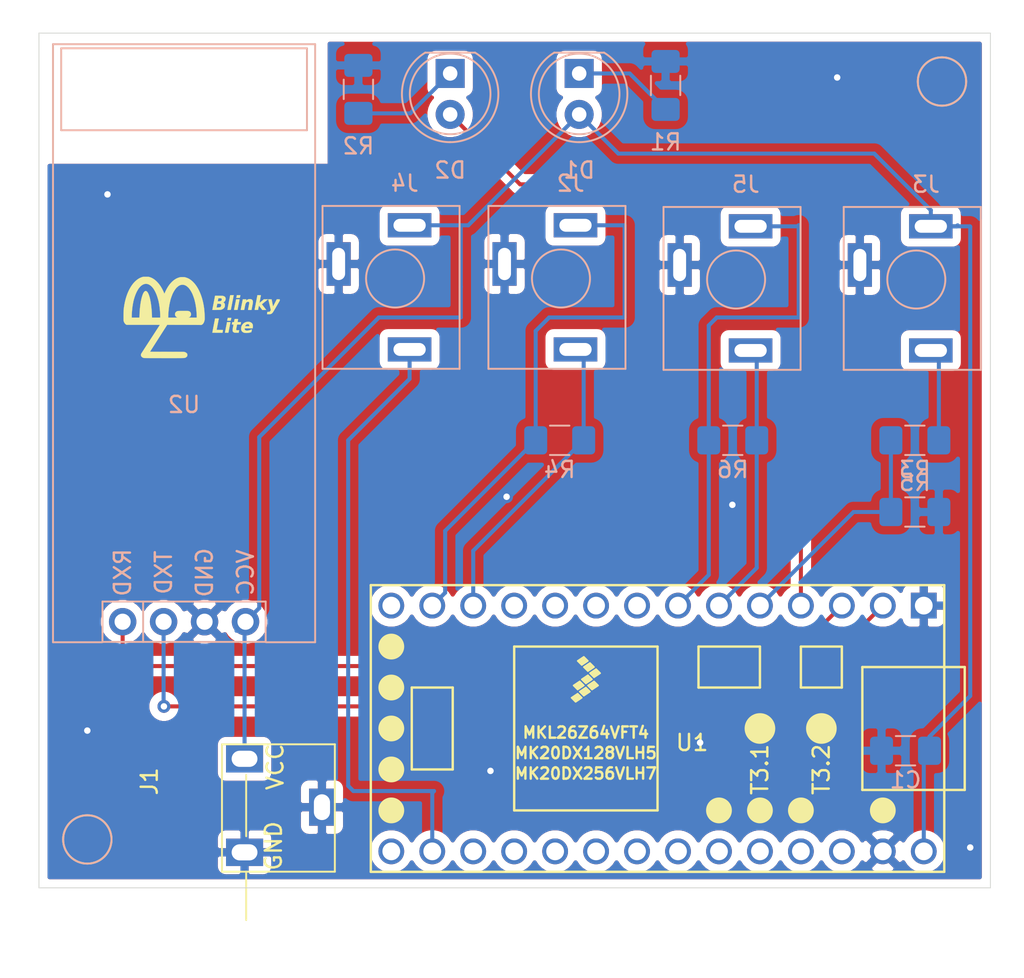
<source format=kicad_pcb>
(kicad_pcb (version 20171130) (host pcbnew 5.1.4-e60b266~84~ubuntu18.04.1)
  (layers (0 F.Cu signal) (31 B.Cu signal) (34 B.Paste user) (35 F.Paste user) (36 B.SilkS user) (37 F.SilkS user) (38 B.Mask user) (39 F.Mask user) (44 Edge.Cuts user))
  (net 0 "")
  (net 1 +5V)
  (net 2 GND)
  (net 3 "Net-(D1-Pad1)")
  (net 4 "Net-(D2-Pad1)")
  (net 5 "Net-(U1-Pad17)")
  (net 6 "Net-(U1-Pad18)")
  (net 7 "Net-(U1-Pad19)")
  (net 8 "Net-(U1-Pad20)")
  (net 9 "Net-(U1-Pad16)")
  (net 10 "Net-(U1-Pad15)")
  (net 11 "Net-(U1-Pad14)")
  (net 12 "Net-(U1-Pad22)")
  (net 13 "Net-(U1-Pad23)")
  (net 14 "Net-(U1-Pad24)")
  (net 15 "Net-(U1-Pad25)")
  (net 16 "Net-(U1-Pad26)")
  (net 17 "Net-(U1-Pad27)")
  (net 18 "Net-(U1-Pad28)")
  (net 19 "Net-(U1-Pad29)")
  (net 20 "Net-(U1-Pad30)")
  (net 21 "Net-(U1-Pad31)")
  (net 22 "Net-(U1-Pad34)")
  (net 23 "Net-(U1-Pad35)")
  (net 24 "Net-(U1-Pad36)")
  (net 25 "Net-(U1-Pad37)")
  (net 26 "Net-(U1-Pad11)")
  (net 27 "Net-(U1-Pad10)")
  (net 28 "Net-(U1-Pad9)")
  (net 29 "Net-(U1-Pad8)")
  (net 30 "Net-(D2-Pad2)")
  (net 31 "Net-(U1-Pad3)")
  (net 32 "Net-(U1-Pad2)")
  (net 33 "Net-(J2-Pad2)")
  (net 34 "Net-(J2-Pad3)")
  (net 35 "Net-(J3-Pad2)")
  (net 36 "Net-(J4-Pad2)")
  (net 37 "Net-(R3-Pad1)")
  (net 38 "Net-(J5-Pad2)")
  (net 39 "Net-(J5-Pad3)")
  (module blinkyLiteLogo:blinkyLiteLogo (layer F.Cu) (at 121.285 87.63)
    (fp_text reference G*** hide)
    (fp_text value LOGO hide)
  )
  (module Resistor_SMD:R_1206_3216Metric_Pad1.42x1.75mm_HandSolder (layer B.Cu) (at 149.86 73.2425 270)
    (fp_text reference R1 (at 3.5125 0 180) (layer B.SilkS) (effects (justify mirror)))
    (fp_text value 220)
    (pad 2 smd roundrect (at 1.4875 0 270) (size 1.425 1.75) (layers B.Cu B.Paste B.Mask) (roundrect_rratio 0.175439) (net 3 "Net-(D1-Pad1)"))
    (pad 1 smd roundrect (at -1.4875 0 270) (size 1.425 1.75) (layers B.Cu B.Paste B.Mask) (roundrect_rratio 0.175439) (net 2 GND))
  )
  (module Resistor_SMD:R_1206_3216Metric_Pad1.42x1.75mm_HandSolder (layer B.Cu) (at 130.81 73.4875 270)
    (fp_text reference R2 (at 3.5125 0 180) (layer B.SilkS) (effects (justify mirror)))
    (fp_text value 220)
    (pad 2 smd roundrect (at 1.4875 0 270) (size 1.425 1.75) (layers B.Cu B.Paste B.Mask) (roundrect_rratio 0.175439) (net 4 "Net-(D2-Pad1)"))
    (pad 1 smd roundrect (at -1.4875 0 270) (size 1.425 1.75) (layers B.Cu B.Paste B.Mask) (roundrect_rratio 0.175439) (net 2 GND))
  )
  (module LED_THT:LED_D5.0mm (layer B.Cu) (at 144.5 72.5 270)
    (fp_text reference D1 (at 6 0 180) (layer B.SilkS) (effects (justify mirror)))
    (fp_text value LED)
    (pad 2 thru_hole circle (at 2.54 0 270) (size 1.8 1.8) (drill 0.9) (layers *.Cu *.Mask) (net 1 +5V))
    (pad 1 thru_hole rect (at 0 0 270) (size 1.8 1.8) (drill 0.9) (layers *.Cu *.Mask) (net 3 "Net-(D1-Pad1)"))
  )
  (module LED_THT:LED_D5.0mm (layer B.Cu) (at 136.5 72.5 270)
    (fp_text reference D2 (at 6 0 180) (layer B.SilkS) (effects (justify mirror)))
    (fp_text value LED)
    (pad 1 thru_hole rect (at 0 0 270) (size 1.8 1.8) (drill 0.9) (layers *.Cu *.Mask) (net 4 "Net-(D2-Pad1)"))
    (pad 2 thru_hole circle (at 2.54 0 270) (size 1.8 1.8) (drill 0.9) (layers *.Cu *.Mask) (net 30 "Net-(D2-Pad2)"))
  )
  (module Capacitor_SMD:C_1206_3216Metric_Pad1.42x1.75mm_HandSolder (layer B.Cu) (at 164.7375 114.5)
    (fp_text reference C1 (at 0 1.82) (layer B.SilkS) (effects (justify mirror)))
    (fp_text value 1uF)
    (pad 1 smd roundrect (at -1.4875 0) (size 1.425 1.75) (layers B.Cu B.Paste B.Mask) (roundrect_rratio 0.175439) (net 2 GND))
    (pad 2 smd roundrect (at 1.4875 0) (size 1.425 1.75) (layers B.Cu B.Paste B.Mask) (roundrect_rratio 0.175439) (net 1 +5V))
  )
  (module dmcginnis427:HC06 (layer B.Cu) (at 120 106.5)
    (fp_text reference U2 (at 0 -13.462) (layer B.SilkS) (effects (justify mirror)))
    (fp_text value HC06)
    (fp_text user RXD (at -3.81 -3.048 270) (layer B.SilkS) (effects (justify mirror)))
    (fp_text user TXD (at -1.27 -3.048 270) (layer B.SilkS) (effects (justify mirror)))
    (fp_text user GND (at 1.27 -3.048 270) (layer B.SilkS) (effects (justify mirror)))
    (fp_text user VCC (at 3.81 -3.048 270) (layer B.SilkS) (effects (justify mirror)))
    (pad 1 thru_hole circle (at -3.81 0) (size 1.7 1.7) (drill 1) (layers *.Cu *.Mask) (net 31 "Net-(U1-Pad3)"))
    (pad 2 thru_hole circle (at -1.27 0) (size 1.7 1.7) (drill 1) (layers *.Cu *.Mask) (net 32 "Net-(U1-Pad2)"))
    (pad 3 thru_hole circle (at 1.27 0) (size 1.7 1.7) (drill 1) (layers *.Cu *.Mask) (net 2 GND))
    (pad 4 thru_hole circle (at 3.81 0) (size 1.7 1.7) (drill 1) (layers *.Cu *.Mask) (net 1 +5V))
  )
  (module TeensyFootprints:Teensy30_31_32_LC (layer F.Cu) (at 149.36 113.12 180)
    (fp_text reference U1 (at -2.14 -0.88) (layer F.SilkS))
    (fp_text value Teensy-LC)
    (fp_text user T3.2 (at -10.16 -2.54 90) (layer F.SilkS))
    (fp_text user T3.1 (at -6.35 -2.54 90) (layer F.SilkS))
    (fp_text user MK20DX256VLH7 (at 4.445 -2.794) (layer F.SilkS) (effects (font (size 0.7 0.7))))
    (fp_text user MKL26Z64VFT4 (at 4.445 -0.254) (layer F.SilkS) (effects (font (size 0.7 0.7))))
    (fp_text user MK20DX128VLH5 (at 4.445 -1.524) (layer F.SilkS) (effects (font (size 0.7 0.7))))
    (pad 17 connect circle (at 16.51 0 180) (size 1.6 1.6) (layers F.SilkS) (net 5 "Net-(U1-Pad17)"))
    (pad 18 connect circle (at 16.51 -2.54 180) (size 1.6 1.6) (layers F.SilkS) (net 6 "Net-(U1-Pad18)"))
    (pad 19 connect circle (at 16.51 -5.08 180) (size 1.6 1.6) (layers F.SilkS) (net 7 "Net-(U1-Pad19)"))
    (pad 20 thru_hole circle (at 16.51 -7.62 180) (size 1.6 1.6) (drill 1.1) (layers *.Cu *.Mask) (net 8 "Net-(U1-Pad20)"))
    (pad 16 connect circle (at 16.51 2.54 180) (size 1.6 1.6) (layers F.SilkS) (net 9 "Net-(U1-Pad16)"))
    (pad 15 connect circle (at 16.51 5.08 180) (size 1.6 1.6) (layers F.SilkS) (net 10 "Net-(U1-Pad15)"))
    (pad 14 thru_hole circle (at 16.51 7.62 180) (size 1.6 1.6) (drill 1.1) (layers *.Cu *.Mask) (net 11 "Net-(U1-Pad14)"))
    (pad 21 thru_hole circle (at 13.97 -7.62 180) (size 1.6 1.6) (drill 1.1) (layers *.Cu *.Mask) (net 36 "Net-(J4-Pad2)"))
    (pad 22 thru_hole circle (at 11.43 -7.62 180) (size 1.6 1.6) (drill 1.1) (layers *.Cu *.Mask) (net 12 "Net-(U1-Pad22)"))
    (pad 23 thru_hole circle (at 8.89 -7.62 180) (size 1.6 1.6) (drill 1.1) (layers *.Cu *.Mask) (net 13 "Net-(U1-Pad23)"))
    (pad 24 thru_hole circle (at 6.35 -7.62 180) (size 1.6 1.6) (drill 1.1) (layers *.Cu *.Mask) (net 14 "Net-(U1-Pad24)"))
    (pad 25 thru_hole circle (at 3.81 -7.62 180) (size 1.6 1.6) (drill 1.1) (layers *.Cu *.Mask) (net 15 "Net-(U1-Pad25)"))
    (pad 26 thru_hole circle (at 1.27 -7.62 180) (size 1.6 1.6) (drill 1.1) (layers *.Cu *.Mask) (net 16 "Net-(U1-Pad26)"))
    (pad 27 thru_hole circle (at -1.27 -7.62 180) (size 1.6 1.6) (drill 1.1) (layers *.Cu *.Mask) (net 17 "Net-(U1-Pad27)"))
    (pad 28 thru_hole circle (at -3.81 -7.62 180) (size 1.6 1.6) (drill 1.1) (layers *.Cu *.Mask) (net 18 "Net-(U1-Pad28)"))
    (pad 29 thru_hole circle (at -6.35 -7.62 180) (size 1.6 1.6) (drill 1.1) (layers *.Cu *.Mask) (net 19 "Net-(U1-Pad29)"))
    (pad 30 thru_hole circle (at -8.89 -7.62 180) (size 1.6 1.6) (drill 1.1) (layers *.Cu *.Mask) (net 20 "Net-(U1-Pad30)"))
    (pad 31 thru_hole circle (at -11.43 -7.62 180) (size 1.6 1.6) (drill 1.1) (layers *.Cu *.Mask) (net 21 "Net-(U1-Pad31)"))
    (pad 32 thru_hole circle (at -13.97 -7.62 180) (size 1.6 1.6) (drill 1.1) (layers *.Cu *.Mask) (net 2 GND))
    (pad 33 thru_hole circle (at -16.51 -7.62 180) (size 1.6 1.6) (drill 1.1) (layers *.Cu *.Mask) (net 1 +5V))
    (pad 34 connect circle (at -13.97 -5.08 180) (size 1.6 1.6) (layers F.SilkS) (net 22 "Net-(U1-Pad34)"))
    (pad 35 connect circle (at -8.89 -5.08 180) (size 1.6 1.6) (layers F.SilkS) (net 23 "Net-(U1-Pad35)"))
    (pad 36 connect circle (at -6.35 -5.08 180) (size 1.6 1.6) (layers F.SilkS) (net 24 "Net-(U1-Pad36)"))
    (pad 37 connect circle (at -3.81 -5.08 180) (size 1.6 1.6) (layers F.SilkS) (net 25 "Net-(U1-Pad37)"))
    (pad 13 thru_hole circle (at 13.97 7.62 180) (size 1.6 1.6) (drill 1.1) (layers *.Cu *.Mask) (net 34 "Net-(J2-Pad3)"))
    (pad 12 thru_hole circle (at 11.43 7.62 180) (size 1.6 1.6) (drill 1.1) (layers *.Cu *.Mask) (net 33 "Net-(J2-Pad2)"))
    (pad 11 thru_hole circle (at 8.89 7.62 180) (size 1.6 1.6) (drill 1.1) (layers *.Cu *.Mask) (net 26 "Net-(U1-Pad11)"))
    (pad 10 thru_hole circle (at 6.35 7.62 180) (size 1.6 1.6) (drill 1.1) (layers *.Cu *.Mask) (net 27 "Net-(U1-Pad10)"))
    (pad 9 thru_hole circle (at 3.81 7.62 180) (size 1.6 1.6) (drill 1.1) (layers *.Cu *.Mask) (net 28 "Net-(U1-Pad9)"))
    (pad 8 thru_hole circle (at 1.27 7.62 180) (size 1.6 1.6) (drill 1.1) (layers *.Cu *.Mask) (net 29 "Net-(U1-Pad8)"))
    (pad 7 thru_hole circle (at -1.27 7.62 180) (size 1.6 1.6) (drill 1.1) (layers *.Cu *.Mask) (net 39 "Net-(J5-Pad3)"))
    (pad 6 thru_hole circle (at -3.81 7.62 180) (size 1.6 1.6) (drill 1.1) (layers *.Cu *.Mask) (net 38 "Net-(J5-Pad2)"))
    (pad 5 thru_hole circle (at -6.35 7.62 180) (size 1.6 1.6) (drill 1.1) (layers *.Cu *.Mask) (net 37 "Net-(R3-Pad1)"))
    (pad 4 thru_hole circle (at -8.89 7.62 180) (size 1.6 1.6) (drill 1.1) (layers *.Cu *.Mask) (net 30 "Net-(D2-Pad2)"))
    (pad 3 thru_hole circle (at -11.43 7.62 180) (size 1.6 1.6) (drill 1.1) (layers *.Cu *.Mask) (net 31 "Net-(U1-Pad3)"))
    (pad 2 thru_hole circle (at -13.97 7.62 180) (size 1.6 1.6) (drill 1.1) (layers *.Cu *.Mask) (net 32 "Net-(U1-Pad2)"))
    (pad 1 thru_hole rect (at -16.51 7.62 180) (size 1.6 1.6) (drill 1.1) (layers *.Cu *.Mask) (net 2 GND))
    (pad 52 connect circle (at -6.35 0 180) (size 1.9 1.9) (layers F.SilkS))
    (pad 52 connect circle (at -10.16 0 180) (size 1.9 1.9) (layers F.SilkS))
  )
  (module dmcginnis427:StereoJack35 (layer B.Cu) (at 143.372 85.215)
    (fp_text reference J2 (at 0.6 -5.9) (layer B.SilkS) (effects (justify mirror)))
    (fp_text value StereoJack35)
    (pad 1 thru_hole rect (at -3.5 -0.9) (size 1.5 2.7) (drill oval 0.8 2) (layers *.Cu *.Mask) (net 2 GND))
    (pad 2 thru_hole rect (at 0.9 4.4) (size 2.7 1.5) (drill oval 2 0.8) (layers *.Cu *.Mask) (net 33 "Net-(J2-Pad2)"))
    (pad 3 thru_hole rect (at 0.9 -3.3) (size 2.7 1.5) (drill oval 2 0.8) (layers *.Cu *.Mask) (net 34 "Net-(J2-Pad3)"))
  )
  (module dmcginnis427:StereoJack35 (layer B.Cu) (at 165.4065 85.2785)
    (fp_text reference J3 (at 0.6 -5.9) (layer B.SilkS) (effects (justify mirror)))
    (fp_text value StereoJack35)
    (pad 3 thru_hole rect (at 0.9 -3.3) (size 2.7 1.5) (drill oval 2 0.8) (layers *.Cu *.Mask) (net 1 +5V))
    (pad 2 thru_hole rect (at 0.9 4.4) (size 2.7 1.5) (drill oval 2 0.8) (layers *.Cu *.Mask) (net 35 "Net-(J3-Pad2)"))
    (pad 1 thru_hole rect (at -3.5 -0.9) (size 1.5 2.7) (drill oval 0.8 2) (layers *.Cu *.Mask) (net 2 GND))
  )
  (module dmcginnis427:StereoJack35 (layer B.Cu) (at 133.085 85.215)
    (fp_text reference J4 (at 0.6 -5.9) (layer B.SilkS) (effects (justify mirror)))
    (fp_text value StereoJack35)
    (pad 1 thru_hole rect (at -3.5 -0.9) (size 1.5 2.7) (drill oval 0.8 2) (layers *.Cu *.Mask) (net 2 GND))
    (pad 2 thru_hole rect (at 0.9 4.4) (size 2.7 1.5) (drill oval 2 0.8) (layers *.Cu *.Mask) (net 36 "Net-(J4-Pad2)"))
    (pad 3 thru_hole rect (at 0.9 -3.3) (size 2.7 1.5) (drill oval 2 0.8) (layers *.Cu *.Mask) (net 1 +5V))
  )
  (module Resistor_SMD:R_1206_3216Metric_Pad1.42x1.75mm_HandSolder (layer B.Cu) (at 165.3175 95.25)
    (fp_text reference R3 (at 0 1.82) (layer B.SilkS) (effects (justify mirror)))
    (fp_text value 1k)
    (pad 2 smd roundrect (at 1.4875 0) (size 1.425 1.75) (layers B.Cu B.Paste B.Mask) (roundrect_rratio 0.175439) (net 35 "Net-(J3-Pad2)"))
    (pad 1 smd roundrect (at -1.4875 0) (size 1.425 1.75) (layers B.Cu B.Paste B.Mask) (roundrect_rratio 0.175439) (net 37 "Net-(R3-Pad1)"))
  )
  (module Resistor_SMD:R_1206_3216Metric_Pad1.42x1.75mm_HandSolder (layer B.Cu) (at 143.2925 95.25)
    (fp_text reference R4 (at 0 1.82) (layer B.SilkS) (effects (justify mirror)))
    (fp_text value 10k)
    (pad 1 smd roundrect (at -1.4875 0) (size 1.425 1.75) (layers B.Cu B.Paste B.Mask) (roundrect_rratio 0.175439) (net 34 "Net-(J2-Pad3)"))
    (pad 2 smd roundrect (at 1.4875 0) (size 1.425 1.75) (layers B.Cu B.Paste B.Mask) (roundrect_rratio 0.175439) (net 33 "Net-(J2-Pad2)"))
  )
  (module Resistor_SMD:R_1206_3216Metric_Pad1.42x1.75mm_HandSolder (layer B.Cu) (at 165.3175 99.695 180)
    (fp_text reference R5 (at 0 1.82) (layer B.SilkS) (effects (justify mirror)))
    (fp_text value 1.5k)
    (pad 1 smd roundrect (at -1.4875 0 180) (size 1.425 1.75) (layers B.Cu B.Paste B.Mask) (roundrect_rratio 0.175439) (net 2 GND))
    (pad 2 smd roundrect (at 1.4875 0 180) (size 1.425 1.75) (layers B.Cu B.Paste B.Mask) (roundrect_rratio 0.175439) (net 37 "Net-(R3-Pad1)"))
  )
  (module dmcginnis427:StereoJack35 (layer B.Cu) (at 154.2305 85.2785)
    (fp_text reference J5 (at 0.6 -5.9) (layer B.SilkS) (effects (justify mirror)))
    (fp_text value StereoJack35)
    (pad 1 thru_hole rect (at -3.5 -0.9) (size 1.5 2.7) (drill oval 0.8 2) (layers *.Cu *.Mask) (net 2 GND))
    (pad 2 thru_hole rect (at 0.9 4.4) (size 2.7 1.5) (drill oval 2 0.8) (layers *.Cu *.Mask) (net 38 "Net-(J5-Pad2)"))
    (pad 3 thru_hole rect (at 0.9 -3.3) (size 2.7 1.5) (drill oval 2 0.8) (layers *.Cu *.Mask) (net 39 "Net-(J5-Pad3)"))
  )
  (module Resistor_SMD:R_1206_3216Metric_Pad1.42x1.75mm_HandSolder (layer B.Cu) (at 154.024 95.25)
    (fp_text reference R6 (at 0 1.82) (layer B.SilkS) (effects (justify mirror)))
    (fp_text value 10k)
    (pad 1 smd roundrect (at -1.4875 0) (size 1.425 1.75) (layers B.Cu B.Paste B.Mask) (roundrect_rratio 0.175439) (net 39 "Net-(J5-Pad3)"))
    (pad 2 smd roundrect (at 1.4875 0) (size 1.425 1.75) (layers B.Cu B.Paste B.Mask) (roundrect_rratio 0.175439) (net 38 "Net-(J5-Pad2)"))
  )
  (module dmcginnis427:DC21Jack (layer F.Cu) (at 123.75 115 90)
    (fp_text reference J1 (at -1.4 -5.9 90) (layer F.SilkS))
    (fp_text value PJ-102A)
    (fp_text user GND (at -5.4 1.8 90) (layer F.SilkS))
    (fp_text user VCC (at -0.5 1.9 90) (layer F.SilkS))
    (pad 1 thru_hole rect (at 0 0 90) (size 1.7 2.3) (drill oval 1 1.6) (layers *.Cu *.Mask) (net 1 +5V))
    (pad 2 thru_hole rect (at -5.8 0 90) (size 1.7 2.3) (drill oval 1 1.6) (layers *.Cu *.Mask) (net 2 GND))
    (pad 3 thru_hole rect (at -3 4.8 90) (size 2.3 1.6) (drill oval 1.6 1) (layers *.Cu *.Mask) (net 2 GND))
  )
  (gr_line (start 111 123) (end 111 70) (layer Edge.Cuts) (width 0.05))
  (gr_line (start 170 123) (end 111 123) (layer Edge.Cuts) (width 0.05))
  (gr_line (start 170 70) (end 170 123) (layer Edge.Cuts) (width 0.05))
  (gr_line (start 111 70) (end 170 70) (layer Edge.Cuts) (width 0.05))
  (gr_circle (center 114 120) (end 115.5 120) (layer B.SilkS) (width 0.12))
  (gr_circle (center 114 120) (end 115.5 120) (layer F.SilkS) (width 0.12))
  (gr_circle (center 167 73) (end 168.5 73) (layer B.SilkS) (width 0.12))
  (gr_circle (center 167 73) (end 168.5 73) (layer F.SilkS) (width 0.12))
  (segment (start 166.3065 80.9785) (end 162.798 77.47) (width 0.25) (layer B.Cu) (net 1))
  (segment (start 166.3065 81.9785) (end 166.3065 80.9785) (width 0.25) (layer B.Cu) (net 1))
  (segment (start 146.93 77.47) (end 144.5 75.04) (width 0.25) (layer B.Cu) (net 1))
  (segment (start 162.798 77.47) (end 146.93 77.47) (width 0.25) (layer B.Cu) (net 1))
  (segment (start 137.625 81.915) (end 144.5 75.04) (width 0.25) (layer B.Cu) (net 1))
  (segment (start 133.985 81.915) (end 137.625 81.915) (width 0.25) (layer B.Cu) (net 1))
  (segment (start 124.659999 105.650001) (end 124.659999 95.050001) (width 0.25) (layer B.Cu) (net 1))
  (segment (start 123.81 106.5) (end 124.659999 105.650001) (width 0.25) (layer B.Cu) (net 1))
  (segment (start 124.659999 95.050001) (end 132.08 87.63) (width 0.25) (layer B.Cu) (net 1))
  (segment (start 132.08 87.63) (end 137.16 87.63) (width 0.25) (layer B.Cu) (net 1))
  (segment (start 137.16 87.63) (end 137.16 85.725) (width 0.25) (layer B.Cu) (net 1))
  (segment (start 137.16 85.725) (end 137.16 81.915) (width 0.25) (layer B.Cu) (net 1))
  (segment (start 167.9065 81.9785) (end 167.97 81.915) (width 0.25) (layer B.Cu) (net 1))
  (segment (start 166.3065 81.9785) (end 167.9065 81.9785) (width 0.25) (layer B.Cu) (net 1))
  (segment (start 165.735 120.605) (end 165.87 120.74) (width 0.25) (layer B.Cu) (net 1))
  (segment (start 123.25 107.06) (end 123.81 106.5) (width 0.25) (layer B.Cu) (net 1))
  (segment (start 123.75 106.56) (end 123.81 106.5) (width 0.25) (layer B.Cu) (net 1))
  (segment (start 123.75 115) (end 123.75 106.56) (width 0.25) (layer B.Cu) (net 1))
  (segment (start 165.87 114.855) (end 166.225 114.5) (width 0.25) (layer B.Cu) (net 1))
  (segment (start 165.87 120.74) (end 165.87 114.855) (width 0.25) (layer B.Cu) (net 1))
  (segment (start 166.225 113.625) (end 168.75 111.1) (width 0.25) (layer B.Cu) (net 1))
  (segment (start 166.225 114.5) (end 166.225 113.625) (width 0.25) (layer B.Cu) (net 1))
  (segment (start 168.75 111.1) (end 168.75 82) (width 0.25) (layer B.Cu) (net 1))
  (segment (start 168.7285 81.9785) (end 166.3065 81.9785) (width 0.25) (layer B.Cu) (net 1))
  (segment (start 168.75 82) (end 168.7285 81.9785) (width 0.25) (layer B.Cu) (net 1))
  (via (at 154 99.25) (size 0.8) (drill 0.4) (layers F.Cu B.Cu) (net 2))
  (via (at 140 98.75) (size 0.8) (drill 0.4) (layers F.Cu B.Cu) (net 2))
  (via (at 160.5 72.75) (size 0.8) (drill 0.4) (layers F.Cu B.Cu) (net 2))
  (via (at 115.25 80) (size 0.8) (drill 0.4) (layers F.Cu B.Cu) (net 2))
  (via (at 114 113.25) (size 0.8) (drill 0.4) (layers F.Cu B.Cu) (net 2))
  (via (at 152 114) (size 0.8) (drill 0.4) (layers F.Cu B.Cu) (net 2))
  (via (at 168.75 120.5) (size 0.8) (drill 0.4) (layers F.Cu B.Cu) (net 2))
  (via (at 139 115.75) (size 0.8) (drill 0.4) (layers F.Cu B.Cu) (net 2))
  (segment (start 147.63 72.5) (end 149.86 74.73) (width 0.25) (layer B.Cu) (net 3))
  (segment (start 144.5 72.5) (end 147.63 72.5) (width 0.25) (layer B.Cu) (net 3))
  (segment (start 134.025 74.975) (end 136.5 72.5) (width 0.25) (layer B.Cu) (net 4))
  (segment (start 130.81 74.975) (end 134.025 74.975) (width 0.25) (layer B.Cu) (net 4))
  (segment (start 158.25 105.5) (end 158.25 91.94) (width 0.25) (layer F.Cu) (net 30))
  (segment (start 158.25 91.94) (end 159.385 90.805) (width 0.25) (layer F.Cu) (net 30))
  (segment (start 159.385 90.805) (end 159.385 79.375) (width 0.25) (layer F.Cu) (net 30))
  (segment (start 140.835 79.375) (end 136.5 75.04) (width 0.25) (layer F.Cu) (net 30))
  (segment (start 159.385 79.375) (end 140.835 79.375) (width 0.25) (layer F.Cu) (net 30))
  (segment (start 160.79 105.5) (end 157.04 109.25) (width 0.25) (layer F.Cu) (net 31))
  (segment (start 157.04 109.25) (end 116.25 109.25) (width 0.25) (layer F.Cu) (net 31))
  (segment (start 116.19 109.19) (end 116.19 106.5) (width 0.25) (layer F.Cu) (net 31))
  (segment (start 116.25 109.25) (end 116.19 109.19) (width 0.25) (layer F.Cu) (net 31))
  (segment (start 163.33 105.5) (end 157.08 111.75) (width 0.25) (layer F.Cu) (net 32))
  (segment (start 157.08 111.75) (end 118.75 111.75) (width 0.25) (layer F.Cu) (net 32))
  (via (at 118.75 111.75) (size 0.8) (drill 0.4) (layers F.Cu B.Cu) (net 32))
  (segment (start 118.73 111.73) (end 118.75 111.75) (width 0.25) (layer B.Cu) (net 32))
  (segment (start 118.73 106.5) (end 118.73 111.73) (width 0.25) (layer B.Cu) (net 32))
  (segment (start 137.93 102.1) (end 144.78 95.25) (width 0.25) (layer B.Cu) (net 33))
  (segment (start 137.93 105.5) (end 137.93 102.1) (width 0.25) (layer B.Cu) (net 33))
  (segment (start 144.78 90.123) (end 144.272 89.615) (width 0.25) (layer B.Cu) (net 33))
  (segment (start 144.78 95.25) (end 144.78 90.123) (width 0.25) (layer B.Cu) (net 33))
  (segment (start 141.033653 96.021347) (end 141.805 95.25) (width 0.25) (layer B.Cu) (net 34))
  (segment (start 136.189999 100.865001) (end 141.033653 96.021347) (width 0.25) (layer B.Cu) (net 34))
  (segment (start 136.189999 104.700001) (end 136.189999 100.865001) (width 0.25) (layer B.Cu) (net 34))
  (segment (start 135.39 105.5) (end 136.189999 104.700001) (width 0.25) (layer B.Cu) (net 34))
  (segment (start 141.805 95.25) (end 141.805 88.465) (width 0.25) (layer B.Cu) (net 34))
  (segment (start 141.805 88.465) (end 142.64 87.63) (width 0.25) (layer B.Cu) (net 34))
  (segment (start 142.64 87.63) (end 147.32 87.63) (width 0.25) (layer B.Cu) (net 34))
  (segment (start 147.32 87.63) (end 147.32 81.915) (width 0.25) (layer B.Cu) (net 34))
  (segment (start 147.32 81.915) (end 144.272 81.915) (width 0.25) (layer B.Cu) (net 34))
  (segment (start 166.805 90.177) (end 166.3065 89.6785) (width 0.25) (layer B.Cu) (net 35))
  (segment (start 166.805 95.25) (end 166.805 90.177) (width 0.25) (layer B.Cu) (net 35))
  (segment (start 135.39 117.11) (end 135.39 120.74) (width 0.25) (layer B.Cu) (net 36))
  (segment (start 133.985 89.615) (end 133.985 91.44) (width 0.25) (layer B.Cu) (net 36))
  (segment (start 130.175 95.25) (end 130.175 116.675) (width 0.25) (layer B.Cu) (net 36))
  (segment (start 133.985 91.44) (end 130.175 95.25) (width 0.25) (layer B.Cu) (net 36))
  (segment (start 130.5 117) (end 135.5 117) (width 0.25) (layer B.Cu) (net 36))
  (segment (start 130.175 116.675) (end 130.5 117) (width 0.25) (layer B.Cu) (net 36))
  (segment (start 135.5 117) (end 135.39 117.11) (width 0.25) (layer B.Cu) (net 36))
  (segment (start 161.515 99.695) (end 163.83 99.695) (width 0.25) (layer B.Cu) (net 37))
  (segment (start 155.71 105.5) (end 161.515 99.695) (width 0.25) (layer B.Cu) (net 37))
  (segment (start 163.83 99.695) (end 163.83 95.25) (width 0.25) (layer B.Cu) (net 37))
  (segment (start 155.5115 103.1585) (end 155.5115 95.25) (width 0.25) (layer B.Cu) (net 38))
  (segment (start 153.17 105.5) (end 155.5115 103.1585) (width 0.25) (layer B.Cu) (net 38))
  (segment (start 155.5115 90.0595) (end 155.1305 89.6785) (width 0.25) (layer B.Cu) (net 38))
  (segment (start 155.5115 95.25) (end 155.5115 90.0595) (width 0.25) (layer B.Cu) (net 38))
  (segment (start 152.5365 103.5935) (end 152.5365 95.25) (width 0.25) (layer B.Cu) (net 39))
  (segment (start 150.63 105.5) (end 152.5365 103.5935) (width 0.25) (layer B.Cu) (net 39))
  (segment (start 152.5365 95.25) (end 152.5365 88.1285) (width 0.25) (layer B.Cu) (net 39))
  (segment (start 152.5365 88.1285) (end 153.035 87.63) (width 0.25) (layer B.Cu) (net 39))
  (segment (start 153.035 87.63) (end 158.115 87.63) (width 0.25) (layer B.Cu) (net 39))
  (segment (start 158.115 87.63) (end 158.115 81.915) (width 0.25) (layer B.Cu) (net 39))
  (segment (start 158.0515 81.9785) (end 155.1305 81.9785) (width 0.25) (layer B.Cu) (net 39))
  (segment (start 158.115 81.915) (end 158.0515 81.9785) (width 0.25) (layer B.Cu) (net 39))
  (zone (net 2) (net_name GND) (layer F.Cu) (connect_pads (clearance 0.508)) (min_thickness 0.254) (fill yes (arc_segments 32) (thermal_gap 0.508) (thermal_bridge_width 0.508))
    (polygon (pts (xy 108.585 78.105) (xy 128.905 78.105) (xy 128.905 67.945) (xy 172.085 67.945) (xy 172.085 125.095) (xy 108.585 125.095)))
  )
  (zone (net 2) (net_name GND) (layer B.Cu) (connect_pads (clearance 0.508)) (min_thickness 0.254) (fill yes (arc_segments 32) (thermal_gap 0.508) (thermal_bridge_width 0.508))
    (polygon (pts (xy 108.585 78.105) (xy 128.905 78.105) (xy 128.905 67.945) (xy 172.085 67.945) (xy 172.085 125.095) (xy 108.585 125.095)))
  )
)
</source>
